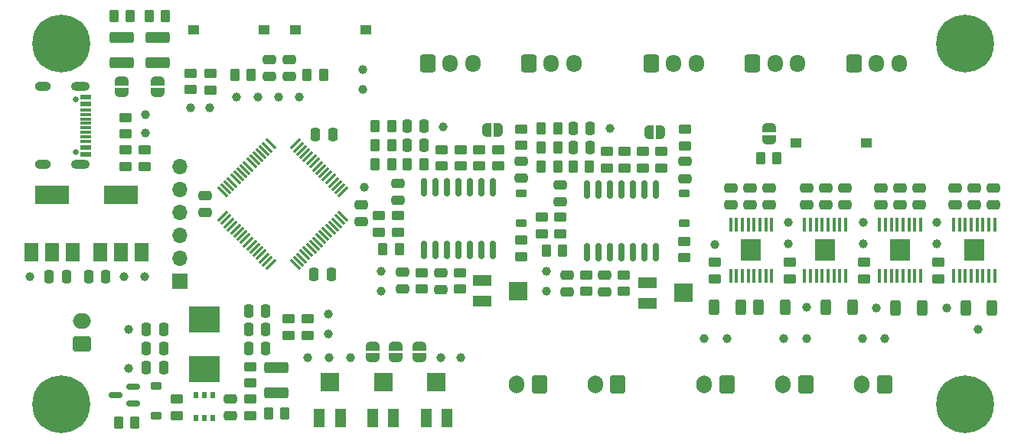
<source format=gbr>
%TF.GenerationSoftware,KiCad,Pcbnew,7.0.7*%
%TF.CreationDate,2024-02-16T21:08:36+01:00*%
%TF.ProjectId,OpenHand,4f70656e-4861-46e6-942e-6b696361645f,rev?*%
%TF.SameCoordinates,Original*%
%TF.FileFunction,Soldermask,Top*%
%TF.FilePolarity,Negative*%
%FSLAX46Y46*%
G04 Gerber Fmt 4.6, Leading zero omitted, Abs format (unit mm)*
G04 Created by KiCad (PCBNEW 7.0.7) date 2024-02-16 21:08:36*
%MOMM*%
%LPD*%
G01*
G04 APERTURE LIST*
G04 Aperture macros list*
%AMRoundRect*
0 Rectangle with rounded corners*
0 $1 Rounding radius*
0 $2 $3 $4 $5 $6 $7 $8 $9 X,Y pos of 4 corners*
0 Add a 4 corners polygon primitive as box body*
4,1,4,$2,$3,$4,$5,$6,$7,$8,$9,$2,$3,0*
0 Add four circle primitives for the rounded corners*
1,1,$1+$1,$2,$3*
1,1,$1+$1,$4,$5*
1,1,$1+$1,$6,$7*
1,1,$1+$1,$8,$9*
0 Add four rect primitives between the rounded corners*
20,1,$1+$1,$2,$3,$4,$5,0*
20,1,$1+$1,$4,$5,$6,$7,0*
20,1,$1+$1,$6,$7,$8,$9,0*
20,1,$1+$1,$8,$9,$2,$3,0*%
%AMFreePoly0*
4,1,19,0.500000,-0.750000,0.000000,-0.750000,0.000000,-0.744911,-0.071157,-0.744911,-0.207708,-0.704816,-0.327430,-0.627875,-0.420627,-0.520320,-0.479746,-0.390866,-0.500000,-0.250000,-0.500000,0.250000,-0.479746,0.390866,-0.420627,0.520320,-0.327430,0.627875,-0.207708,0.704816,-0.071157,0.744911,0.000000,0.744911,0.000000,0.750000,0.500000,0.750000,0.500000,-0.750000,0.500000,-0.750000,
$1*%
%AMFreePoly1*
4,1,19,0.000000,0.744911,0.071157,0.744911,0.207708,0.704816,0.327430,0.627875,0.420627,0.520320,0.479746,0.390866,0.500000,0.250000,0.500000,-0.250000,0.479746,-0.390866,0.420627,-0.520320,0.327430,-0.627875,0.207708,-0.704816,0.071157,-0.744911,0.000000,-0.744911,0.000000,-0.750000,-0.500000,-0.750000,-0.500000,0.750000,0.000000,0.750000,0.000000,0.744911,0.000000,0.744911,
$1*%
G04 Aperture macros list end*
%ADD10C,1.000000*%
%ADD11R,2.310000X2.460000*%
%ADD12RoundRect,0.100000X0.100000X-0.687500X0.100000X0.687500X-0.100000X0.687500X-0.100000X-0.687500X0*%
%ADD13RoundRect,0.250000X-0.450000X0.262500X-0.450000X-0.262500X0.450000X-0.262500X0.450000X0.262500X0*%
%ADD14RoundRect,0.250000X0.600000X0.750000X-0.600000X0.750000X-0.600000X-0.750000X0.600000X-0.750000X0*%
%ADD15O,1.700000X2.000000*%
%ADD16RoundRect,0.250000X0.450000X-0.262500X0.450000X0.262500X-0.450000X0.262500X-0.450000X-0.262500X0*%
%ADD17RoundRect,0.250000X0.312500X0.625000X-0.312500X0.625000X-0.312500X-0.625000X0.312500X-0.625000X0*%
%ADD18C,0.800000*%
%ADD19C,6.400000*%
%ADD20R,1.500000X2.000000*%
%ADD21R,3.800000X2.000000*%
%ADD22RoundRect,0.225000X-0.375000X0.225000X-0.375000X-0.225000X0.375000X-0.225000X0.375000X0.225000X0*%
%ADD23RoundRect,0.250000X-0.600000X-0.725000X0.600000X-0.725000X0.600000X0.725000X-0.600000X0.725000X0*%
%ADD24O,1.700000X1.950000*%
%ADD25FreePoly0,180.000000*%
%ADD26FreePoly1,180.000000*%
%ADD27RoundRect,0.250000X-0.250000X-0.475000X0.250000X-0.475000X0.250000X0.475000X-0.250000X0.475000X0*%
%ADD28RoundRect,0.250000X0.475000X-0.250000X0.475000X0.250000X-0.475000X0.250000X-0.475000X-0.250000X0*%
%ADD29RoundRect,0.250000X0.262500X0.450000X-0.262500X0.450000X-0.262500X-0.450000X0.262500X-0.450000X0*%
%ADD30R,0.549999X0.800001*%
%ADD31C,0.650000*%
%ADD32R,1.240000X0.600000*%
%ADD33R,1.240000X0.300000*%
%ADD34O,2.100000X1.000000*%
%ADD35O,1.800000X1.000000*%
%ADD36RoundRect,0.250000X0.250000X0.475000X-0.250000X0.475000X-0.250000X-0.475000X0.250000X-0.475000X0*%
%ADD37R,1.250000X1.000000*%
%ADD38RoundRect,0.250000X-0.475000X0.250000X-0.475000X-0.250000X0.475000X-0.250000X0.475000X0.250000X0*%
%ADD39R,2.000000X1.300000*%
%ADD40R,2.000000X2.000000*%
%ADD41FreePoly0,270.000000*%
%ADD42FreePoly1,270.000000*%
%ADD43R,1.300000X2.000000*%
%ADD44RoundRect,0.250000X0.750000X-0.600000X0.750000X0.600000X-0.750000X0.600000X-0.750000X-0.600000X0*%
%ADD45O,2.000000X1.700000*%
%ADD46FreePoly0,90.000000*%
%ADD47FreePoly1,90.000000*%
%ADD48RoundRect,0.250000X-0.262500X-0.450000X0.262500X-0.450000X0.262500X0.450000X-0.262500X0.450000X0*%
%ADD49R,3.500000X2.950000*%
%ADD50RoundRect,0.250000X-1.075000X0.375000X-1.075000X-0.375000X1.075000X-0.375000X1.075000X0.375000X0*%
%ADD51RoundRect,0.150000X0.587500X0.150000X-0.587500X0.150000X-0.587500X-0.150000X0.587500X-0.150000X0*%
%ADD52RoundRect,0.250000X-0.312500X-0.625000X0.312500X-0.625000X0.312500X0.625000X-0.312500X0.625000X0*%
%ADD53RoundRect,0.250000X1.075000X-0.375000X1.075000X0.375000X-1.075000X0.375000X-1.075000X-0.375000X0*%
%ADD54RoundRect,0.150000X-0.150000X0.837500X-0.150000X-0.837500X0.150000X-0.837500X0.150000X0.837500X0*%
%ADD55RoundRect,0.075000X-0.441942X-0.548008X0.548008X0.441942X0.441942X0.548008X-0.548008X-0.441942X0*%
%ADD56RoundRect,0.075000X0.441942X-0.548008X0.548008X-0.441942X-0.441942X0.548008X-0.548008X0.441942X0*%
%ADD57R,1.700000X1.700000*%
%ADD58O,1.700000X1.700000*%
G04 APERTURE END LIST*
D10*
%TO.C,TP33*%
X193675000Y-127150000D03*
%TD*%
D11*
%TO.C,U8*%
X197775000Y-127900000D03*
D12*
X195500000Y-130762500D03*
X196150000Y-130762500D03*
X196800000Y-130762500D03*
X197450000Y-130762500D03*
X198100000Y-130762500D03*
X198750000Y-130762500D03*
X199400000Y-130762500D03*
X200050000Y-130762500D03*
X200050000Y-125037500D03*
X199400000Y-125037500D03*
X198750000Y-125037500D03*
X198100000Y-125037500D03*
X197450000Y-125037500D03*
X196800000Y-125037500D03*
X196150000Y-125037500D03*
X195500000Y-125037500D03*
%TD*%
D13*
%TO.C,R21*%
X125900000Y-144387500D03*
X125900000Y-146212500D03*
%TD*%
%TO.C,R29*%
X158120000Y-124225000D03*
X158120000Y-126050000D03*
%TD*%
D14*
%TO.C,J2*%
X187350000Y-142800000D03*
D15*
X184850000Y-142800000D03*
%TD*%
D16*
%TO.C,R56*%
X201975000Y-131062500D03*
X201975000Y-129237500D03*
%TD*%
D17*
%TO.C,R59*%
X207937500Y-134300000D03*
X205012500Y-134300000D03*
%TD*%
D18*
%TO.C,H4*%
X202600000Y-145000000D03*
X203302944Y-143302944D03*
X203302944Y-146697056D03*
X205000000Y-142600000D03*
D19*
X205000000Y-145000000D03*
D18*
X205000000Y-147400000D03*
X206697056Y-143302944D03*
X206697056Y-146697056D03*
X207400000Y-145000000D03*
%TD*%
D10*
%TO.C,TP45*%
X177275000Y-127250000D03*
%TD*%
D13*
%TO.C,R31*%
X140145000Y-124075000D03*
X140145000Y-125900000D03*
%TD*%
D10*
%TO.C,TP27*%
X140400000Y-132400000D03*
%TD*%
D20*
%TO.C,U4*%
X101650000Y-128100000D03*
X103950000Y-128100000D03*
D21*
X103950000Y-121800000D03*
D20*
X106250000Y-128100000D03*
%TD*%
D16*
%TO.C,R35*%
X153345000Y-118587500D03*
X153345000Y-116762500D03*
%TD*%
D22*
%TO.C,D3*%
X115500000Y-142962500D03*
X115500000Y-146262500D03*
%TD*%
D10*
%TO.C,TP6*%
X147000000Y-139800000D03*
%TD*%
D23*
%TO.C,J12*%
X145500000Y-107200000D03*
D24*
X148000000Y-107200000D03*
X150500000Y-107200000D03*
%TD*%
D23*
%TO.C,J9*%
X181450000Y-107200000D03*
D24*
X183950000Y-107200000D03*
X186450000Y-107200000D03*
%TD*%
D25*
%TO.C,JP16*%
X153320000Y-114575000D03*
D26*
X152020000Y-114575000D03*
%TD*%
D27*
%TO.C,C12*%
X125700000Y-138822500D03*
X127600000Y-138822500D03*
%TD*%
D10*
%TO.C,TP3*%
X114300000Y-114900000D03*
%TD*%
D28*
%TO.C,C33*%
X197775000Y-122900000D03*
X197775000Y-121000000D03*
%TD*%
D10*
%TO.C,TP17*%
X119250000Y-112135000D03*
%TD*%
D29*
%TO.C,R23*%
X163432500Y-118637500D03*
X161607500Y-118637500D03*
%TD*%
D30*
%TO.C,U2*%
X121750000Y-143937499D03*
X120799999Y-143937499D03*
X119850001Y-143937499D03*
X119850001Y-146487499D03*
X120799999Y-146487499D03*
X121750000Y-146487499D03*
%TD*%
D10*
%TO.C,TP48*%
X185375000Y-127150000D03*
%TD*%
D28*
%TO.C,C26*%
X173982500Y-119975000D03*
X173982500Y-118075000D03*
%TD*%
D31*
%TO.C,J5*%
X106605000Y-111210000D03*
X106605000Y-116990000D03*
D32*
X107725000Y-110900000D03*
X107725000Y-111700000D03*
D33*
X107725000Y-112850000D03*
X107725000Y-113850000D03*
X107725000Y-114350000D03*
X107725000Y-115350000D03*
D32*
X107725000Y-116500000D03*
X107725000Y-117300000D03*
X107725000Y-117300000D03*
X107725000Y-116500000D03*
D33*
X107725000Y-115850000D03*
X107725000Y-114850000D03*
X107725000Y-113350000D03*
X107725000Y-112350000D03*
D32*
X107725000Y-111700000D03*
X107725000Y-110900000D03*
D34*
X107125000Y-109780000D03*
D35*
X102925000Y-109780000D03*
D34*
X107125000Y-118420000D03*
D35*
X102925000Y-118420000D03*
%TD*%
D23*
%TO.C,J8*%
X156700000Y-107200000D03*
D24*
X159200000Y-107200000D03*
X161700000Y-107200000D03*
%TD*%
D28*
%TO.C,C23*%
X142745000Y-132225000D03*
X142745000Y-130325000D03*
%TD*%
%TO.C,C39*%
X181200000Y-122900000D03*
X181200000Y-121000000D03*
%TD*%
D36*
%TO.C,C7*%
X116300000Y-138802500D03*
X114400000Y-138802500D03*
%TD*%
D16*
%TO.C,R53*%
X193775000Y-131062500D03*
X193775000Y-129237500D03*
%TD*%
D27*
%TO.C,C13*%
X125700000Y-134622500D03*
X127600000Y-134622500D03*
%TD*%
D16*
%TO.C,R32*%
X171320000Y-118800000D03*
X171320000Y-116975000D03*
%TD*%
D10*
%TO.C,TP22*%
X111950000Y-130800000D03*
%TD*%
%TO.C,TP2*%
X114300000Y-112900000D03*
%TD*%
D18*
%TO.C,H1*%
X102600000Y-105000000D03*
X103302944Y-103302944D03*
X103302944Y-106697056D03*
X105000000Y-102600000D03*
D19*
X105000000Y-105000000D03*
D18*
X105000000Y-107400000D03*
X106697056Y-103302944D03*
X106697056Y-106697056D03*
X107400000Y-105000000D03*
%TD*%
D10*
%TO.C,TP26*%
X158620000Y-132437500D03*
%TD*%
D28*
%TO.C,C16*%
X160220000Y-122537500D03*
X160220000Y-120637500D03*
%TD*%
D37*
%TO.C,SW1*%
X127375000Y-103500000D03*
X119625000Y-103500000D03*
%TD*%
D10*
%TO.C,TP31*%
X193675000Y-124850000D03*
%TD*%
D38*
%TO.C,C28*%
X187450000Y-121000000D03*
X187450000Y-122900000D03*
%TD*%
D16*
%TO.C,R48*%
X173982500Y-116337500D03*
X173982500Y-114512500D03*
%TD*%
%TO.C,R27*%
X149145000Y-118587500D03*
X149145000Y-116762500D03*
%TD*%
D10*
%TO.C,TP12*%
X137000000Y-139800000D03*
%TD*%
D13*
%TO.C,R24*%
X147045000Y-116750000D03*
X147045000Y-118575000D03*
%TD*%
D10*
%TO.C,TP40*%
X176100000Y-137700000D03*
%TD*%
D22*
%TO.C,D6*%
X155820000Y-121625000D03*
X155820000Y-124925000D03*
%TD*%
D13*
%TO.C,R50*%
X144845000Y-130375000D03*
X144845000Y-132200000D03*
%TD*%
D29*
%TO.C,R39*%
X141545000Y-116275000D03*
X139720000Y-116275000D03*
%TD*%
%TO.C,R9*%
X116525000Y-102000000D03*
X114700000Y-102000000D03*
%TD*%
D11*
%TO.C,U9*%
X205975000Y-127900000D03*
D12*
X203700000Y-130762500D03*
X204350000Y-130762500D03*
X205000000Y-130762500D03*
X205650000Y-130762500D03*
X206300000Y-130762500D03*
X206950000Y-130762500D03*
X207600000Y-130762500D03*
X208250000Y-130762500D03*
X208250000Y-125037500D03*
X207600000Y-125037500D03*
X206950000Y-125037500D03*
X206300000Y-125037500D03*
X205650000Y-125037500D03*
X205000000Y-125037500D03*
X204350000Y-125037500D03*
X203700000Y-125037500D03*
%TD*%
D10*
%TO.C,TP28*%
X158620000Y-130237500D03*
%TD*%
D39*
%TO.C,RV4*%
X169820000Y-133787500D03*
D40*
X173820000Y-132637500D03*
D39*
X169820000Y-131487500D03*
%TD*%
D17*
%TO.C,R60*%
X185037500Y-134200000D03*
X182112500Y-134200000D03*
%TD*%
D16*
%TO.C,R26*%
X167320000Y-118787500D03*
X167320000Y-116962500D03*
%TD*%
D28*
%TO.C,C22*%
X160920000Y-132525000D03*
X160920000Y-130625000D03*
%TD*%
D16*
%TO.C,R6*%
X119300000Y-110112500D03*
X119300000Y-108287500D03*
%TD*%
D10*
%TO.C,TP13*%
X138300000Y-110100000D03*
%TD*%
%TO.C,TP30*%
X185375000Y-124850000D03*
%TD*%
%TO.C,TP34*%
X195175000Y-134300000D03*
%TD*%
D28*
%TO.C,C30*%
X191650000Y-122900000D03*
X191650000Y-121000000D03*
%TD*%
D11*
%TO.C,U7*%
X189475000Y-127900000D03*
D12*
X187200000Y-130762500D03*
X187850000Y-130762500D03*
X188500000Y-130762500D03*
X189150000Y-130762500D03*
X189800000Y-130762500D03*
X190450000Y-130762500D03*
X191100000Y-130762500D03*
X191750000Y-130762500D03*
X191750000Y-125037500D03*
X191100000Y-125037500D03*
X190450000Y-125037500D03*
X189800000Y-125037500D03*
X189150000Y-125037500D03*
X188500000Y-125037500D03*
X187850000Y-125037500D03*
X187200000Y-125037500D03*
%TD*%
D14*
%TO.C,J1*%
X178600000Y-142800000D03*
D15*
X176100000Y-142800000D03*
%TD*%
D10*
%TO.C,TP44*%
X201875000Y-124850000D03*
%TD*%
%TO.C,TP25*%
X147200000Y-114200000D03*
%TD*%
D41*
%TO.C,JP2*%
X115612500Y-109150000D03*
D42*
X115612500Y-110450000D03*
%TD*%
D10*
%TO.C,TP1*%
X129000000Y-110900000D03*
%TD*%
%TO.C,TP8*%
X149150000Y-139800000D03*
%TD*%
D38*
%TO.C,C2*%
X130200000Y-106750000D03*
X130200000Y-108650000D03*
%TD*%
D10*
%TO.C,TP19*%
X112400000Y-136700000D03*
%TD*%
D13*
%TO.C,R4*%
X114200000Y-116812500D03*
X114200000Y-118637500D03*
%TD*%
%TO.C,R22*%
X165320000Y-116975000D03*
X165320000Y-118800000D03*
%TD*%
D27*
%TO.C,C11*%
X125700000Y-136712500D03*
X127600000Y-136712500D03*
%TD*%
D10*
%TO.C,TP15*%
X126700000Y-110900000D03*
%TD*%
D29*
%TO.C,R46*%
X160445000Y-127937500D03*
X158620000Y-127937500D03*
%TD*%
D13*
%TO.C,R45*%
X149045000Y-130375000D03*
X149045000Y-132200000D03*
%TD*%
D43*
%TO.C,RV2*%
X141750000Y-146500000D03*
D40*
X140600000Y-142500000D03*
D43*
X139450000Y-146500000D03*
%TD*%
D25*
%TO.C,JP15*%
X171282500Y-114837500D03*
D26*
X169982500Y-114837500D03*
%TD*%
D28*
%TO.C,C25*%
X146945000Y-132275000D03*
X146945000Y-130375000D03*
%TD*%
D36*
%TO.C,C8*%
X116300000Y-136692500D03*
X114400000Y-136692500D03*
%TD*%
D28*
%TO.C,C27*%
X155820000Y-119925000D03*
X155820000Y-118025000D03*
%TD*%
D38*
%TO.C,C35*%
X179100000Y-121000000D03*
X179100000Y-122900000D03*
%TD*%
%TO.C,C29*%
X195675000Y-121000000D03*
X195675000Y-122900000D03*
%TD*%
D44*
%TO.C,J3*%
X107232500Y-138250000D03*
D45*
X107232500Y-135750000D03*
%TD*%
D41*
%TO.C,JP4*%
X111700000Y-109150000D03*
D42*
X111700000Y-110450000D03*
%TD*%
D22*
%TO.C,D5*%
X173920000Y-121637500D03*
X173920000Y-124937500D03*
%TD*%
D17*
%TO.C,R54*%
X192487500Y-134212500D03*
X189562500Y-134212500D03*
%TD*%
D46*
%TO.C,JP1*%
X144600000Y-139800000D03*
D47*
X144600000Y-138500000D03*
%TD*%
D10*
%TO.C,TP11*%
X134600000Y-139800000D03*
%TD*%
D28*
%TO.C,C38*%
X205975000Y-122900000D03*
X205975000Y-121000000D03*
%TD*%
D10*
%TO.C,TP10*%
X132200000Y-139800000D03*
%TD*%
D36*
%TO.C,C9*%
X116300000Y-140912500D03*
X114400000Y-140912500D03*
%TD*%
D28*
%TO.C,C17*%
X142245000Y-122375000D03*
X142245000Y-120475000D03*
%TD*%
D29*
%TO.C,R36*%
X141545000Y-114175000D03*
X139720000Y-114175000D03*
%TD*%
D13*
%TO.C,R18*%
X125900000Y-140787500D03*
X125900000Y-142612500D03*
%TD*%
D10*
%TO.C,TP29*%
X140400000Y-130200000D03*
%TD*%
D27*
%TO.C,C19*%
X161607500Y-116537500D03*
X163507500Y-116537500D03*
%TD*%
D10*
%TO.C,TP32*%
X187475000Y-134200000D03*
%TD*%
D23*
%TO.C,J13*%
X170250000Y-107200000D03*
D24*
X172750000Y-107200000D03*
X175250000Y-107200000D03*
%TD*%
D36*
%TO.C,C18*%
X163507500Y-114437500D03*
X161607500Y-114437500D03*
%TD*%
D10*
%TO.C,TP14*%
X138300000Y-107900000D03*
%TD*%
D37*
%TO.C,SW2*%
X130925000Y-103500000D03*
X138675000Y-103500000D03*
%TD*%
D13*
%TO.C,R42*%
X155820000Y-126762500D03*
X155820000Y-128587500D03*
%TD*%
D11*
%TO.C,U10*%
X181300000Y-127900000D03*
D12*
X179025000Y-130762500D03*
X179675000Y-130762500D03*
X180325000Y-130762500D03*
X180975000Y-130762500D03*
X181625000Y-130762500D03*
X182275000Y-130762500D03*
X182925000Y-130762500D03*
X183575000Y-130762500D03*
X183575000Y-125037500D03*
X182925000Y-125037500D03*
X182275000Y-125037500D03*
X181625000Y-125037500D03*
X180975000Y-125037500D03*
X180325000Y-125037500D03*
X179675000Y-125037500D03*
X179025000Y-125037500D03*
%TD*%
D16*
%TO.C,R57*%
X177300000Y-131062500D03*
X177300000Y-129237500D03*
%TD*%
D27*
%TO.C,C21*%
X143245000Y-116275000D03*
X145145000Y-116275000D03*
%TD*%
D28*
%TO.C,C32*%
X189550000Y-122900000D03*
X189550000Y-121000000D03*
%TD*%
D48*
%TO.C,R19*%
X111287500Y-147012500D03*
X113112500Y-147012500D03*
%TD*%
D13*
%TO.C,R49*%
X163020000Y-130650000D03*
X163020000Y-132475000D03*
%TD*%
D48*
%TO.C,R1*%
X124175000Y-108500000D03*
X126000000Y-108500000D03*
%TD*%
%TO.C,R8*%
X182344033Y-117748470D03*
X184169033Y-117748470D03*
%TD*%
D27*
%TO.C,C15*%
X103650000Y-130800000D03*
X105550000Y-130800000D03*
%TD*%
D16*
%TO.C,R52*%
X185550000Y-131062500D03*
X185550000Y-129237500D03*
%TD*%
D49*
%TO.C,L1*%
X120800000Y-141037500D03*
X120800000Y-135587500D03*
%TD*%
D50*
%TO.C,D2*%
X111700000Y-104300000D03*
X111700000Y-107100000D03*
%TD*%
D10*
%TO.C,TP47*%
X206375000Y-136700000D03*
%TD*%
%TO.C,TP18*%
X138500000Y-120900000D03*
%TD*%
D51*
%TO.C,Q1*%
X112900000Y-144912500D03*
X112900000Y-143012500D03*
X111025000Y-143962500D03*
%TD*%
D10*
%TO.C,TP9*%
X134500000Y-137200000D03*
%TD*%
%TO.C,TP4*%
X131300000Y-110900000D03*
%TD*%
D16*
%TO.C,R40*%
X160220000Y-126050000D03*
X160220000Y-124225000D03*
%TD*%
D28*
%TO.C,C36*%
X208075000Y-122900000D03*
X208075000Y-121000000D03*
%TD*%
D29*
%TO.C,R38*%
X159907500Y-116537500D03*
X158082500Y-116537500D03*
%TD*%
D10*
%TO.C,TP41*%
X184900000Y-137700000D03*
%TD*%
D38*
%TO.C,C4*%
X138200000Y-122850000D03*
X138200000Y-124750000D03*
%TD*%
D13*
%TO.C,R3*%
X112100000Y-116812500D03*
X112100000Y-118637500D03*
%TD*%
D20*
%TO.C,U3*%
X109300000Y-128100000D03*
X111600000Y-128100000D03*
D21*
X111600000Y-121800000D03*
D20*
X113900000Y-128100000D03*
%TD*%
D16*
%TO.C,R51*%
X155820000Y-116287500D03*
X155820000Y-114462500D03*
%TD*%
D10*
%TO.C,TP46*%
X202937500Y-134287500D03*
%TD*%
D16*
%TO.C,R2*%
X112100000Y-115025000D03*
X112100000Y-113200000D03*
%TD*%
D23*
%TO.C,J4*%
X192650000Y-107200000D03*
D24*
X195150000Y-107200000D03*
X197650000Y-107200000D03*
%TD*%
D46*
%TO.C,JP6*%
X139400000Y-139800000D03*
D47*
X139400000Y-138500000D03*
%TD*%
D18*
%TO.C,H3*%
X102600000Y-145000000D03*
X103302944Y-143302944D03*
X103302944Y-146697056D03*
X105000000Y-142600000D03*
D19*
X105000000Y-145000000D03*
D18*
X105000000Y-147400000D03*
X106697056Y-143302944D03*
X106697056Y-146697056D03*
X107400000Y-145000000D03*
%TD*%
D14*
%TO.C,J11*%
X166550000Y-142767500D03*
D15*
X164050000Y-142767500D03*
%TD*%
D36*
%TO.C,C14*%
X109900000Y-130800000D03*
X108000000Y-130800000D03*
%TD*%
%TO.C,C20*%
X145145000Y-114175000D03*
X143245000Y-114175000D03*
%TD*%
D50*
%TO.C,D1*%
X115612500Y-104300000D03*
X115612500Y-107100000D03*
%TD*%
D10*
%TO.C,TP7*%
X124400000Y-110900000D03*
%TD*%
D14*
%TO.C,J6*%
X196050000Y-142767500D03*
D15*
X193550000Y-142767500D03*
%TD*%
D39*
%TO.C,RV5*%
X151545000Y-133575000D03*
D40*
X155545000Y-132425000D03*
D39*
X151545000Y-131275000D03*
%TD*%
D46*
%TO.C,JP3*%
X183256533Y-115650000D03*
D47*
X183256533Y-114350000D03*
%TD*%
D52*
%TO.C,R58*%
X177212500Y-134200000D03*
X180137500Y-134200000D03*
%TD*%
D28*
%TO.C,C31*%
X199875000Y-122900000D03*
X199875000Y-121000000D03*
%TD*%
D14*
%TO.C,J7*%
X157850000Y-142767500D03*
D15*
X155350000Y-142767500D03*
%TD*%
D10*
%TO.C,TP35*%
X201875000Y-127150000D03*
%TD*%
D29*
%TO.C,R33*%
X159907500Y-114437500D03*
X158082500Y-114437500D03*
%TD*%
D16*
%TO.C,R28*%
X169320000Y-118787500D03*
X169320000Y-116962500D03*
%TD*%
%TO.C,R30*%
X151245000Y-118587500D03*
X151245000Y-116762500D03*
%TD*%
D28*
%TO.C,C24*%
X165120000Y-132525000D03*
X165120000Y-130625000D03*
%TD*%
D10*
%TO.C,TP42*%
X178600000Y-137700000D03*
%TD*%
D53*
%TO.C,D4*%
X128800000Y-143700000D03*
X128800000Y-140900000D03*
%TD*%
D38*
%TO.C,C10*%
X123650001Y-144362499D03*
X123650001Y-146262499D03*
%TD*%
D10*
%TO.C,TP16*%
X121400000Y-112135000D03*
%TD*%
D28*
%TO.C,C6*%
X120900000Y-123750000D03*
X120900000Y-121850000D03*
%TD*%
D13*
%TO.C,R44*%
X167220000Y-130650000D03*
X167220000Y-132475000D03*
%TD*%
D16*
%TO.C,R41*%
X142245000Y-125900000D03*
X142245000Y-124075000D03*
%TD*%
D17*
%TO.C,R55*%
X200212500Y-134312500D03*
X197287500Y-134312500D03*
%TD*%
D48*
%TO.C,R34*%
X158095000Y-118637500D03*
X159920000Y-118637500D03*
%TD*%
D54*
%TO.C,U5*%
X170720000Y-121175000D03*
X169450000Y-121175000D03*
X168180000Y-121175000D03*
X166910000Y-121175000D03*
X165640000Y-121175000D03*
X164370000Y-121175000D03*
X163100000Y-121175000D03*
X163100000Y-128100000D03*
X164370000Y-128100000D03*
X165640000Y-128100000D03*
X166910000Y-128100000D03*
X168180000Y-128100000D03*
X169450000Y-128100000D03*
X170720000Y-128100000D03*
%TD*%
D29*
%TO.C,R47*%
X142370000Y-127775000D03*
X140545000Y-127775000D03*
%TD*%
D37*
%TO.C,SW3*%
X194032360Y-116050857D03*
X186282360Y-116050857D03*
%TD*%
D13*
%TO.C,R43*%
X173920000Y-126925000D03*
X173920000Y-128750000D03*
%TD*%
D10*
%TO.C,TP24*%
X165682500Y-114437500D03*
%TD*%
D43*
%TO.C,RV1*%
X147650000Y-146500000D03*
D40*
X146500000Y-142500000D03*
D43*
X145350000Y-146500000D03*
%TD*%
D10*
%TO.C,TP20*%
X112400000Y-141012500D03*
%TD*%
D29*
%TO.C,R20*%
X129712500Y-146000000D03*
X127887500Y-146000000D03*
%TD*%
D18*
%TO.C,H2*%
X202600000Y-105000000D03*
X203302944Y-103302944D03*
X203302944Y-106697056D03*
X205000000Y-102600000D03*
D19*
X205000000Y-105000000D03*
D18*
X205000000Y-107400000D03*
X206697056Y-103302944D03*
X206697056Y-106697056D03*
X207400000Y-105000000D03*
%TD*%
D16*
%TO.C,R17*%
X117800000Y-146225000D03*
X117800000Y-144400000D03*
%TD*%
D27*
%TO.C,C5*%
X133100000Y-115100000D03*
X135000000Y-115100000D03*
%TD*%
D38*
%TO.C,C34*%
X203875000Y-121000000D03*
X203875000Y-122900000D03*
%TD*%
D29*
%TO.C,R25*%
X145070000Y-118375000D03*
X143245000Y-118375000D03*
%TD*%
D48*
%TO.C,R37*%
X139720000Y-118375000D03*
X141545000Y-118375000D03*
%TD*%
D16*
%TO.C,R7*%
X121450000Y-110135000D03*
X121450000Y-108310000D03*
%TD*%
D10*
%TO.C,TP53*%
X193600000Y-137700000D03*
%TD*%
D29*
%TO.C,R5*%
X134012500Y-108500000D03*
X132187500Y-108500000D03*
%TD*%
D43*
%TO.C,RV3*%
X135850000Y-146500000D03*
D40*
X134700000Y-142500000D03*
D43*
X133550000Y-146500000D03*
%TD*%
D10*
%TO.C,TP21*%
X114200000Y-130800000D03*
%TD*%
D54*
%TO.C,U6*%
X152745000Y-120950000D03*
X151475000Y-120950000D03*
X150205000Y-120950000D03*
X148935000Y-120950000D03*
X147665000Y-120950000D03*
X146395000Y-120950000D03*
X145125000Y-120950000D03*
X145125000Y-127875000D03*
X146395000Y-127875000D03*
X147665000Y-127875000D03*
X148935000Y-127875000D03*
X150205000Y-127875000D03*
X151475000Y-127875000D03*
X152745000Y-127875000D03*
%TD*%
D16*
%TO.C,R12*%
X132250000Y-137337500D03*
X132250000Y-135512500D03*
%TD*%
D46*
%TO.C,JP5*%
X142000000Y-139800000D03*
D47*
X142000000Y-138500000D03*
%TD*%
D10*
%TO.C,TP54*%
X196100000Y-137700000D03*
%TD*%
D55*
%TO.C,U1*%
X122835519Y-124161181D03*
X123189072Y-124514734D03*
X123542625Y-124868287D03*
X123896179Y-125221841D03*
X124249732Y-125575394D03*
X124603286Y-125928948D03*
X124956839Y-126282501D03*
X125310392Y-126636054D03*
X125663946Y-126989608D03*
X126017499Y-127343161D03*
X126371052Y-127696714D03*
X126724606Y-128050268D03*
X127078159Y-128403821D03*
X127431713Y-128757375D03*
X127785266Y-129110928D03*
X128138819Y-129464481D03*
D56*
X130861181Y-129464481D03*
X131214734Y-129110928D03*
X131568287Y-128757375D03*
X131921841Y-128403821D03*
X132275394Y-128050268D03*
X132628948Y-127696714D03*
X132982501Y-127343161D03*
X133336054Y-126989608D03*
X133689608Y-126636054D03*
X134043161Y-126282501D03*
X134396714Y-125928948D03*
X134750268Y-125575394D03*
X135103821Y-125221841D03*
X135457375Y-124868287D03*
X135810928Y-124514734D03*
X136164481Y-124161181D03*
D55*
X136164481Y-121438819D03*
X135810928Y-121085266D03*
X135457375Y-120731713D03*
X135103821Y-120378159D03*
X134750268Y-120024606D03*
X134396714Y-119671052D03*
X134043161Y-119317499D03*
X133689608Y-118963946D03*
X133336054Y-118610392D03*
X132982501Y-118256839D03*
X132628948Y-117903286D03*
X132275394Y-117549732D03*
X131921841Y-117196179D03*
X131568287Y-116842625D03*
X131214734Y-116489072D03*
X130861181Y-116135519D03*
D56*
X128138819Y-116135519D03*
X127785266Y-116489072D03*
X127431713Y-116842625D03*
X127078159Y-117196179D03*
X126724606Y-117549732D03*
X126371052Y-117903286D03*
X126017499Y-118256839D03*
X125663946Y-118610392D03*
X125310392Y-118963946D03*
X124956839Y-119317499D03*
X124603286Y-119671052D03*
X124249732Y-120024606D03*
X123896179Y-120378159D03*
X123542625Y-120731713D03*
X123189072Y-121085266D03*
X122835519Y-121438819D03*
%TD*%
D10*
%TO.C,TP23*%
X101500000Y-130800000D03*
%TD*%
%TO.C,TP5*%
X134500000Y-135012500D03*
%TD*%
D57*
%TO.C,J10*%
X118100000Y-131340000D03*
D58*
X118100000Y-128800000D03*
X118100000Y-126260000D03*
X118100000Y-123720000D03*
X118100000Y-121180000D03*
X118100000Y-118640000D03*
%TD*%
D28*
%TO.C,C37*%
X183300000Y-122900000D03*
X183300000Y-121000000D03*
%TD*%
D36*
%TO.C,C3*%
X134850000Y-130600000D03*
X132950000Y-130600000D03*
%TD*%
D48*
%TO.C,R10*%
X110787500Y-102000000D03*
X112612500Y-102000000D03*
%TD*%
D10*
%TO.C,TP43*%
X187400000Y-137700000D03*
%TD*%
D38*
%TO.C,C1*%
X128000000Y-106750000D03*
X128000000Y-108650000D03*
%TD*%
D13*
%TO.C,R11*%
X130100000Y-135500000D03*
X130100000Y-137325000D03*
%TD*%
M02*

</source>
